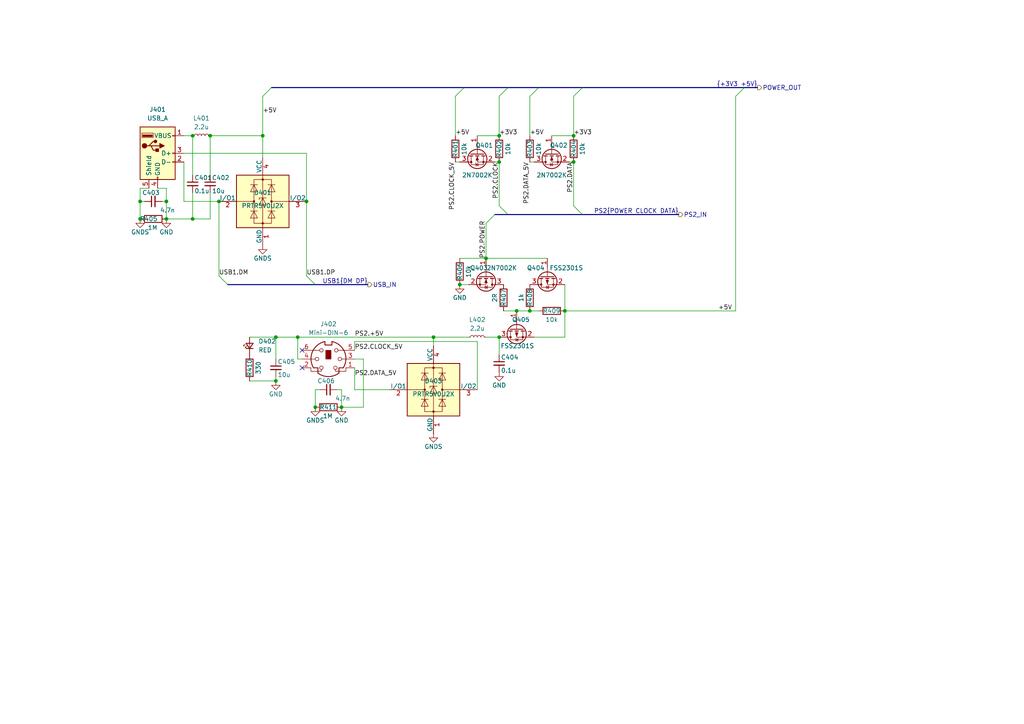
<source format=kicad_sch>
(kicad_sch (version 20231120) (generator "eeschema") (generator_version "8.0")
  (paper "A4")
  (lib_symbols
    (symbol "Connector:Mini-DIN-6" (pin_names (offset 1.016))
      (property "Reference" "J" (at 0 6.35 0))
      (property "Value" "Mini-DIN-6" (at 0 -6.35 0))
      (symbol "Mini-DIN-6_0_1"
        (circle (center -3.302 0) (radius 0.508))
        (arc (start -3.048 -4.064) (mid 0 -5.08) (end 3.048 -4.064) (stroke (width 0.254)))
        (circle (center -2.032 -2.54) (radius 0.508))
        (circle (center -2.032 2.54) (radius 0.508))
        (arc (start -1.016 5.08) (mid -4.6228 2.1214) (end -4.318 -2.54) (stroke (width 0.254)))
        (rectangle (start -0.762 2.54) (end 0.762 0) (fill (type outline)))
        (polyline (pts (xy -3.81 0) (xy -5.08 0)))
        (polyline (pts (xy -2.54 2.54) (xy -5.08 2.54)))
        (polyline (pts (xy 2.794 2.54) (xy 5.08 2.54)))
        (polyline (pts (xy 5.08 0) (xy 3.81 0)))
        (polyline (pts (xy -4.318 -2.54) (xy -3.048 -2.54) (xy -3.048 -4.064)) (stroke (width 0.254)))
        (polyline (pts (xy 4.318 -2.54) (xy 3.048 -2.54) (xy 3.048 -4.064)) (stroke (width 0.254)))
        (polyline (pts (xy -2.032 -3.048) (xy -2.032 -3.556) (xy -5.08 -3.556) (xy -5.08 -2.54)))
        (polyline (pts (xy -1.016 5.08) (xy -1.016 4.064) (xy 1.016 4.064) (xy 1.016 5.08)) (stroke (width 0.254)))
        (polyline (pts (xy 2.032 -3.048) (xy 2.032 -3.556) (xy 5.08 -3.556) (xy 5.08 -2.54)))
        (circle (center 2.032 -2.54) (radius 0.508))
        (circle (center 2.286 2.54) (radius 0.508))
        (circle (center 3.302 0) (radius 0.508))
        (arc (start 4.318 -2.54) (mid 4.6661 2.1322) (end 1.016 5.08) (stroke (width 0.254)))
      )
      (symbol "Mini-DIN-6_1_1"
        (pin passive line (at 7.62 -2.54 180) (length 2.54) (name "~") (number "1"))
        (pin passive line (at -7.62 -2.54 0) (length 2.54) (name "~") (number "2"))
        (pin passive line (at 7.62 0 180) (length 2.54) (name "~") (number "3"))
        (pin passive line (at -7.62 0 0) (length 2.54) (name "~") (number "4"))
        (pin passive line (at 7.62 2.54 180) (length 2.54) (name "~") (number "5"))
        (pin passive line (at -7.62 2.54 0) (length 2.54) (name "~") (number "6"))
      )
    )
    (symbol "Connector:USB_A" (pin_names (offset 1.016))
      (property "Reference" "J" (at -5.08 11.43 0))
      (property "Value" "USB_A" (at -5.08 8.89 0))
      (symbol "USB_A_0_1"
        (rectangle (start -5.08 -7.62) (end 5.08 7.62) (stroke (width 0.254)) (fill (type background)))
        (circle (center -3.81 2.159) (radius 0.635) (stroke (width 0.254)) (fill (type outline)))
        (rectangle (start -1.524 4.826) (end -4.318 5.334) (fill (type outline)))
        (rectangle (start -1.27 4.572) (end -4.572 5.842))
        (circle (center -0.635 3.429) (radius 0.381) (stroke (width 0.254)) (fill (type outline)))
        (rectangle (start -0.127 -7.62) (end 0.127 -6.858))
        (polyline (pts (xy -3.175 2.159) (xy -2.54 2.159) (xy -1.27 3.429) (xy -0.635 3.429)) (stroke (width 0.254)))
        (polyline (pts (xy -2.54 2.159) (xy -1.905 2.159) (xy -1.27 0.889) (xy 0 0.889)) (stroke (width 0.254)))
        (polyline (pts (xy 0.635 2.794) (xy 0.635 1.524) (xy 1.905 2.159) (xy 0.635 2.794)) (stroke (width 0.254)) (fill (type outline)))
        (rectangle (start 0.254 1.27) (end -0.508 0.508) (stroke (width 0.254)) (fill (type outline)))
        (rectangle (start 5.08 -2.667) (end 4.318 -2.413))
        (rectangle (start 5.08 -0.127) (end 4.318 0.127))
        (rectangle (start 5.08 4.953) (end 4.318 5.207))
      )
      (symbol "USB_A_1_1"
        (polyline (pts (xy -1.905 2.159) (xy 0.635 2.159)) (stroke (width 0.254)))
        (pin power_in line (at 7.62 5.08 180) (length 2.54) (name "VBUS") (number "1"))
        (pin bidirectional line (at 7.62 -2.54 180) (length 2.54) (name "D-") (number "2"))
        (pin bidirectional line (at 7.62 0 180) (length 2.54) (name "D+") (number "3"))
        (pin power_in line (at 0 -10.16 90) (length 2.54) (name "GND") (number "4"))
        (pin passive line (at -2.54 -10.16 90) (length 2.54) (name "Shield") (number "5"))
      )
    )
    (symbol "Device:C_Small" (pin_numbers hide) (pin_names (offset 0.254) hide)
      (property "Reference" "C" (at 0.254 1.778 0))
      (property "Value" "C_Small" (at 0.254 -2.032 0))
      (symbol "C_Small_0_1"
        (polyline (pts (xy -1.524 -0.508) (xy 1.524 -0.508)) (stroke (width 0.3302)))
        (polyline (pts (xy -1.524 0.508) (xy 1.524 0.508)) (stroke (width 0.3048)))
      )
      (symbol "C_Small_1_1"
        (pin passive line (at 0 2.54 270) (length 2.032) (name "~") (number "1"))
        (pin passive line (at 0 -2.54 90) (length 2.032) (name "~") (number "2"))
      )
    )
    (symbol "Device:LED_Small" (pin_numbers hide) (pin_names (offset 0.254) hide)
      (property "Reference" "D" (at -1.27 3.175 0))
      (property "Value" "LED_Small" (at -4.445 -2.54 0))
      (symbol "LED_Small_0_1"
        (polyline (pts (xy -0.762 -1.016) (xy -0.762 1.016)) (stroke (width 0.254)))
        (polyline (pts (xy 1.016 0) (xy -0.762 0)))
        (polyline (pts (xy 0.762 -1.016) (xy -0.762 0) (xy 0.762 1.016) (xy 0.762 -1.016)) (stroke (width 0.254)))
        (polyline (pts (xy 0 0.762) (xy -0.508 1.27) (xy -0.254 1.27) (xy -0.508 1.27) (xy -0.508 1.016)))
        (polyline (pts (xy 0.508 1.27) (xy 0 1.778) (xy 0.254 1.778) (xy 0 1.778) (xy 0 1.524)))
      )
      (symbol "LED_Small_1_1"
        (pin passive line (at -2.54 0 0) (length 1.778) (name "K") (number "1"))
        (pin passive line (at 2.54 0 180) (length 1.778) (name "A") (number "2"))
      )
    )
    (symbol "Device:L_Small" (pin_numbers hide) (pin_names (offset 0.254) hide)
      (property "Reference" "L" (at 0.762 1.016 0))
      (property "Value" "L_Small" (at 0.762 -1.016 0))
      (symbol "L_Small_0_1"
        (arc (start 0 -2.032) (mid 0.5058 -1.524) (end 0 -1.016))
        (arc (start 0 -1.016) (mid 0.5058 -0.508) (end 0 0))
        (arc (start 0 0) (mid 0.5058 0.508) (end 0 1.016))
        (arc (start 0 1.016) (mid 0.5058 1.524) (end 0 2.032))
      )
      (symbol "L_Small_1_1"
        (pin passive line (at 0 2.54 270) (length 0.508) (name "~") (number "1"))
        (pin passive line (at 0 -2.54 90) (length 0.508) (name "~") (number "2"))
      )
    )
    (symbol "Device:R" (pin_numbers hide) (pin_names (offset 0))
      (property "Reference" "R" (at 2.032 0 90))
      (property "Value" "R" (at 0 0 90))
      (symbol "R_0_1"
        (rectangle (start -1.016 -2.54) (end 1.016 2.54) (stroke (width 0.254)))
      )
      (symbol "R_1_1"
        (pin passive line (at 0 3.81 270) (length 1.27) (name "~") (number "1"))
        (pin passive line (at 0 -3.81 90) (length 1.27) (name "~") (number "2"))
      )
    )
    (symbol "Power_Protection:PRTR5V0U2X" (pin_names (offset 0))
      (property "Reference" "D" (at 2.794 8.636 0))
      (property "Value" "PRTR5V0U2X" (at 8.128 -9.398 0))
      (symbol "PRTR5V0U2X_0_1"
        (rectangle (start -7.62 -7.62) (end 7.62 7.62) (stroke (width 0.254)) (fill (type background)))
        (circle (center -2.54 0) (radius 0.254) (fill (type outline)))
        (rectangle (start -2.54 6.35) (end 2.54 -6.35))
        (circle (center 0 -6.35) (radius 0.254) (fill (type outline)))
        (polyline (pts (xy -2.54 0) (xy -7.62 0)))
        (polyline (pts (xy -1.524 -2.794) (xy -3.556 -2.794)))
        (polyline (pts (xy -1.524 4.826) (xy -3.556 4.826)))
        (polyline (pts (xy 0 -7.62) (xy 0 7.62)))
        (polyline (pts (xy 1.524 -2.794) (xy 3.556 -2.794)))
        (polyline (pts (xy 1.524 4.826) (xy 3.556 4.826)))
        (polyline (pts (xy 2.54 0) (xy 7.62 0)))
        (polyline (pts (xy 1.016 1.016) (xy -1.016 1.016) (xy -1.016 0.508)))
        (polyline (pts (xy -3.556 -4.826) (xy -1.524 -4.826) (xy -2.54 -2.794) (xy -3.556 -4.826)))
        (polyline (pts (xy -3.556 2.794) (xy -1.524 2.794) (xy -2.54 4.826) (xy -3.556 2.794)))
        (polyline (pts (xy -1.016 -1.016) (xy 1.016 -1.016) (xy 0 1.016) (xy -1.016 -1.016)))
        (polyline (pts (xy 3.556 -4.826) (xy 1.524 -4.826) (xy 2.54 -2.794) (xy 3.556 -4.826)))
        (polyline (pts (xy 3.556 2.794) (xy 1.524 2.794) (xy 2.54 4.826) (xy 3.556 2.794)))
        (circle (center 0 6.35) (radius 0.254) (fill (type outline)))
        (circle (center 2.54 0) (radius 0.254) (fill (type outline)))
      )
      (symbol "PRTR5V0U2X_1_1"
        (pin passive line (at 0 -12.7 90) (length 5.08) (name "GND") (number "1"))
        (pin passive line (at -12.7 0 0) (length 5.08) (name "I/O1") (number "2"))
        (pin passive line (at 12.7 0 180) (length 5.08) (name "I/O2") (number "3"))
        (pin passive line (at 0 12.7 270) (length 5.08) (name "VCC") (number "4"))
      )
    )
    (symbol "Transistor_FET:2N7002K" (pin_names hide)
      (property "Reference" "Q" (at 5.08 1.905 0))
      (property "Value" "2N7002K" (at 5.08 0 0))
      (symbol "2N7002K_0_1"
        (polyline (pts (xy 0.254 0) (xy -2.54 0)))
        (polyline (pts (xy 0.254 1.905) (xy 0.254 -1.905)) (stroke (width 0.254)))
        (polyline (pts (xy 0.762 -1.27) (xy 0.762 -2.286)) (stroke (width 0.254)))
        (polyline (pts (xy 0.762 0.508) (xy 0.762 -0.508)) (stroke (width 0.254)))
        (polyline (pts (xy 0.762 2.286) (xy 0.762 1.27)) (stroke (width 0.254)))
        (polyline (pts (xy 2.54 2.54) (xy 2.54 1.778)))
        (polyline (pts (xy 2.54 -2.54) (xy 2.54 0) (xy 0.762 0)))
        (polyline (pts (xy 0.762 -1.778) (xy 3.302 -1.778) (xy 3.302 1.778) (xy 0.762 1.778)))
        (polyline (pts (xy 1.016 0) (xy 2.032 0.381) (xy 2.032 -0.381) (xy 1.016 0)) (fill (type outline)))
        (polyline (pts (xy 2.794 0.508) (xy 2.921 0.381) (xy 3.683 0.381) (xy 3.81 0.254)))
        (polyline (pts (xy 3.302 0.381) (xy 2.921 -0.254) (xy 3.683 -0.254) (xy 3.302 0.381)))
        (circle (center 1.651 0) (radius 2.794) (stroke (width 0.254)))
        (circle (center 2.54 -1.778) (radius 0.254) (fill (type outline)))
        (circle (center 2.54 1.778) (radius 0.254) (fill (type outline)))
      )
      (symbol "2N7002K_1_1"
        (pin input line (at -5.08 0 0) (length 2.54) (name "G") (number "1"))
        (pin passive line (at 2.54 -5.08 90) (length 2.54) (name "S") (number "2"))
        (pin passive line (at 2.54 5.08 270) (length 2.54) (name "D") (number "3"))
      )
    )
    (symbol "Transistor_FET:TSM2301ACX" (pin_names hide)
      (property "Reference" "Q" (at 5.08 1.905 0))
      (property "Value" "TSM2301ACX" (at 5.08 0 0))
      (symbol "TSM2301ACX_0_1"
        (polyline (pts (xy 0.254 0) (xy -2.54 0)))
        (polyline (pts (xy 0.254 1.905) (xy 0.254 -1.905)) (stroke (width 0.254)))
        (polyline (pts (xy 0.762 -1.27) (xy 0.762 -2.286)) (stroke (width 0.254)))
        (polyline (pts (xy 0.762 0.508) (xy 0.762 -0.508)) (stroke (width 0.254)))
        (polyline (pts (xy 0.762 2.286) (xy 0.762 1.27)) (stroke (width 0.254)))
        (polyline (pts (xy 2.54 2.54) (xy 2.54 1.778)))
        (polyline (pts (xy 2.54 -2.54) (xy 2.54 0) (xy 0.762 0)))
        (polyline (pts (xy 0.762 1.778) (xy 3.302 1.778) (xy 3.302 -1.778) (xy 0.762 -1.778)))
        (polyline (pts (xy 2.286 0) (xy 1.27 0.381) (xy 1.27 -0.381) (xy 2.286 0)) (fill (type outline)))
        (polyline (pts (xy 2.794 -0.508) (xy 2.921 -0.381) (xy 3.683 -0.381) (xy 3.81 -0.254)))
        (polyline (pts (xy 3.302 -0.381) (xy 2.921 0.254) (xy 3.683 0.254) (xy 3.302 -0.381)))
        (circle (center 1.651 0) (radius 2.794) (stroke (width 0.254)))
        (circle (center 2.54 -1.778) (radius 0.254) (fill (type outline)))
        (circle (center 2.54 1.778) (radius 0.254) (fill (type outline)))
      )
      (symbol "TSM2301ACX_1_1"
        (pin input line (at -5.08 0 0) (length 2.54) (name "G") (number "1"))
        (pin passive line (at 2.54 -5.08 90) (length 2.54) (name "S") (number "2"))
        (pin passive line (at 2.54 5.08 270) (length 2.54) (name "D") (number "3"))
      )
    )
    (symbol "power:GND" (power) (pin_numbers hide) (pin_names (offset 0) hide)
      (property "Value" "GND" (at 0 -3.81 0))
      (symbol "GND_0_1"
        (polyline (pts (xy 0 0) (xy 0 -1.27) (xy 1.27 -1.27) (xy 0 -2.54) (xy -1.27 -1.27) (xy 0 -1.27)))
      )
      (symbol "GND_1_1"
        (pin power_in line (at 0 0 270) (length 0) (name "~") (number "1"))
      )
    )
    (symbol "power:GNDS" (power) (pin_numbers hide) (pin_names (offset 0) hide)
      (property "Value" "GNDS" (at 0 -3.81 0))
      (symbol "GNDS_0_1"
        (polyline (pts (xy 0 0) (xy 0 -1.27) (xy 1.27 -1.27) (xy 0 -2.54) (xy -1.27 -1.27) (xy 0 -1.27)))
      )
      (symbol "GNDS_1_1"
        (pin power_in line (at 0 0 270) (length 0) (name "~") (number "1"))
      )
    )
  )
  (junction (at 144.78 97.79))
  (junction (at 91.44 118.11))
  (junction (at 163.83 90.17))
  (junction (at 76.2 39.37))
  (junction (at 40.64 63.5))
  (junction (at 153.67 90.17))
  (junction (at 55.88 63.5))
  (junction (at 60.96 39.37))
  (junction (at 140.97 74.93))
  (junction (at 166.37 39.37))
  (junction (at 40.64 58.42))
  (junction (at 86.36 97.79))
  (junction (at 80.01 97.79))
  (junction (at 48.26 58.42))
  (junction (at 88.9 58.42))
  (junction (at 166.37 46.99))
  (junction (at 144.78 46.99))
  (junction (at 55.88 39.37))
  (junction (at 99.06 118.11))
  (junction (at 48.26 63.5))
  (junction (at 63.5 58.42))
  (junction (at 144.78 39.37))
  (junction (at 133.35 82.55))
  (junction (at 149.86 90.17))
  (junction (at 125.73 97.79))
  (junction (at 80.01 110.49))
  (no_connect (at 87.63 106.68))
  (no_connect (at 87.63 101.6))
  (bus_entry (at 66.04 82.55) (size -2.54 -2.54))
  (bus_entry (at 168.91 25.4) (size -2.54 2.54))
  (bus_entry (at 144.78 59.69) (size 2.54 2.54))
  (bus_entry (at 156.21 25.4) (size -2.54 2.54))
  (bus_entry (at 215.9 25.4) (size -2.54 2.54))
  (bus_entry (at 147.32 25.4) (size -2.54 2.54))
  (bus_entry (at 91.44 82.55) (size -2.54 -2.54))
  (bus_entry (at 143.51 62.23) (size -2.54 2.54))
  (bus_entry (at 166.37 59.69) (size 2.54 2.54))
  (bus_entry (at 78.74 25.4) (size -2.54 2.54))
  (bus_entry (at 134.62 25.4) (size -2.54 2.54))
  (wire (pts (xy 163.83 90.17) (xy 163.83 97.79)))
  (wire (pts (xy 102.87 113.03) (xy 113.03 113.03)))
  (wire (pts (xy 133.35 82.55) (xy 135.89 82.55)))
  (wire (pts (xy 140.97 74.93) (xy 158.75 74.93)))
  (bus (pts (xy 78.74 25.4) (xy 134.62 25.4)))
  (wire (pts (xy 48.26 54.61) (xy 45.72 54.61)))
  (wire (pts (xy 60.96 63.5) (xy 55.88 63.5)))
  (wire (pts (xy 40.64 58.42) (xy 41.91 58.42)))
  (wire (pts (xy 60.96 39.37) (xy 60.96 50.8)))
  (bus (pts (xy 168.91 62.23) (xy 196.85 62.23)))
  (wire (pts (xy 138.43 39.37) (xy 144.78 39.37)))
  (bus (pts (xy 147.32 62.23) (xy 168.91 62.23)))
  (bus (pts (xy 91.44 82.55) (xy 106.68 82.55)))
  (wire (pts (xy 138.43 99.06) (xy 138.43 113.03)))
  (wire (pts (xy 165.1 46.99) (xy 166.37 46.99)))
  (wire (pts (xy 140.97 64.77) (xy 140.97 74.93)))
  (wire (pts (xy 72.39 97.79) (xy 80.01 97.79)))
  (wire (pts (xy 76.2 39.37) (xy 76.2 45.72)))
  (wire (pts (xy 99.06 118.11) (xy 99.06 113.03)))
  (wire (pts (xy 144.78 27.94) (xy 144.78 39.37)))
  (wire (pts (xy 102.87 106.68) (xy 102.87 113.03)))
  (bus (pts (xy 168.91 25.4) (xy 215.9 25.4)))
  (wire (pts (xy 105.41 104.14) (xy 102.87 104.14)))
  (wire (pts (xy 146.05 90.17) (xy 149.86 90.17)))
  (wire (pts (xy 213.36 27.94) (xy 213.36 90.17)))
  (wire (pts (xy 63.5 58.42) (xy 63.5 80.01)))
  (bus (pts (xy 147.32 25.4) (xy 156.21 25.4)))
  (wire (pts (xy 40.64 58.42) (xy 40.64 54.61)))
  (wire (pts (xy 53.34 44.45) (xy 88.9 44.45)))
  (bus (pts (xy 66.04 82.55) (xy 91.44 82.55)))
  (wire (pts (xy 48.26 58.42) (xy 46.99 58.42)))
  (wire (pts (xy 76.2 27.94) (xy 76.2 39.37)))
  (wire (pts (xy 48.26 58.42) (xy 48.26 54.61)))
  (wire (pts (xy 163.83 82.55) (xy 163.83 90.17)))
  (bus (pts (xy 215.9 25.4) (xy 219.71 25.4)))
  (wire (pts (xy 144.78 46.99) (xy 144.78 59.69)))
  (wire (pts (xy 125.73 97.79) (xy 135.89 97.79)))
  (wire (pts (xy 48.26 58.42) (xy 48.26 63.5)))
  (wire (pts (xy 80.01 97.79) (xy 80.01 104.14)))
  (wire (pts (xy 154.94 97.79) (xy 163.83 97.79)))
  (wire (pts (xy 102.87 101.6) (xy 102.87 99.06)))
  (wire (pts (xy 99.06 113.03) (xy 97.79 113.03)))
  (wire (pts (xy 60.96 39.37) (xy 76.2 39.37)))
  (wire (pts (xy 80.01 110.49) (xy 80.01 109.22)))
  (wire (pts (xy 140.97 97.79) (xy 144.78 97.79)))
  (wire (pts (xy 40.64 54.61) (xy 43.18 54.61)))
  (wire (pts (xy 153.67 46.99) (xy 154.94 46.99)))
  (wire (pts (xy 80.01 97.79) (xy 86.36 97.79)))
  (wire (pts (xy 160.02 39.37) (xy 166.37 39.37)))
  (wire (pts (xy 53.34 39.37) (xy 55.88 39.37)))
  (wire (pts (xy 86.36 104.14) (xy 87.63 104.14)))
  (bus (pts (xy 143.51 62.23) (xy 147.32 62.23)))
  (wire (pts (xy 105.41 118.11) (xy 105.41 104.14)))
  (wire (pts (xy 88.9 58.42) (xy 88.9 80.01)))
  (wire (pts (xy 144.78 97.79) (xy 144.78 102.87)))
  (wire (pts (xy 125.73 97.79) (xy 125.73 100.33)))
  (wire (pts (xy 99.06 118.11) (xy 105.41 118.11)))
  (wire (pts (xy 91.44 113.03) (xy 92.71 113.03)))
  (wire (pts (xy 86.36 97.79) (xy 86.36 104.14)))
  (wire (pts (xy 60.96 55.88) (xy 60.96 63.5)))
  (wire (pts (xy 86.36 97.79) (xy 125.73 97.79)))
  (wire (pts (xy 132.08 27.94) (xy 132.08 39.37)))
  (wire (pts (xy 102.87 99.06) (xy 138.43 99.06)))
  (wire (pts (xy 163.83 90.17) (xy 213.36 90.17)))
  (wire (pts (xy 153.67 90.17) (xy 156.21 90.17)))
  (wire (pts (xy 55.88 39.37) (xy 55.88 50.8)))
  (wire (pts (xy 40.64 63.5) (xy 40.64 58.42)))
  (wire (pts (xy 132.08 46.99) (xy 133.35 46.99)))
  (wire (pts (xy 88.9 44.45) (xy 88.9 58.42)))
  (wire (pts (xy 149.86 90.17) (xy 153.67 90.17)))
  (wire (pts (xy 153.67 27.94) (xy 153.67 39.37)))
  (wire (pts (xy 72.39 110.49) (xy 80.01 110.49)))
  (wire (pts (xy 91.44 118.11) (xy 91.44 113.03)))
  (wire (pts (xy 48.26 63.5) (xy 55.88 63.5)))
  (wire (pts (xy 143.51 46.99) (xy 144.78 46.99)))
  (wire (pts (xy 53.34 46.99) (xy 53.34 58.42)))
  (bus (pts (xy 156.21 25.4) (xy 168.91 25.4)))
  (wire (pts (xy 55.88 55.88) (xy 55.88 63.5)))
  (bus (pts (xy 134.62 25.4) (xy 147.32 25.4)))
  (wire (pts (xy 166.37 27.94) (xy 166.37 39.37)))
  (wire (pts (xy 133.35 74.93) (xy 140.97 74.93)))
  (wire (pts (xy 53.34 58.42) (xy 63.5 58.42)))
  (wire (pts (xy 166.37 46.99) (xy 166.37 59.69)))
  (label "PS2{POWER CLOCK DATA}" (at 196.85 62.23 180))
  (label "USB1.DP" (at 88.9 80.01 0))
  (label "USB1.DM" (at 63.5 80.01 0))
  (label "+3V3" (at 166.37 39.37 0))
  (label "+5V" (at 153.67 39.37 0))
  (label "+5V" (at 208.28 90.17 0))
  (label "{+3V3 +5V}" (at 219.71 25.4 180))
  (label "+5V" (at 132.08 39.37 0))
  (label "+3V3" (at 144.78 39.37 0))
  (label "PS2.DATA_5V" (at 153.67 46.99 270))
  (label "PS2.DATA" (at 166.37 46.99 270))
  (label "PS2.POWER" (at 140.97 74.93 90))
  (label "PS2.DATA_5V" (at 102.87 109.22 0))
  (label "PS2.CLOCK" (at 144.78 46.99 270))
  (label "+5V" (at 76.2 33.02 0))
  (label "PS2.CLOCK_5V" (at 102.87 101.6 0))
  (label "PS2.CLOCK_5V" (at 132.08 46.99 270))
  (label "PS2.+5V" (at 102.87 97.79 0))
  (label "USB1{DM DP}" (at 106.68 82.55 180))
  (hierarchical_label "USB_IN" (shape output) (at 106.68 82.55 0))
  (hierarchical_label "PS2_IN" (shape output) (at 196.85 62.23 0))
  (hierarchical_label "POWER_OUT" (shape output) (at 219.71 25.4 0))
  (symbol (lib_id "Power_Protection:PRTR5V0U2X") (at 76.2 58.42 0) (unit 1)
    (property "Reference" "D401" (at 76.2 55.88 0))
    (property "Value" "PRTR5V0U2X" (at 76.2 59.69 0))
    (property "Footprint" "Package_TO_SOT_SMD:SOT-143" (effects (hide yes)))
    (property "Datasheet" "https://assets.nexperia.com/documents/data-sheet/PRTR5V0U2X.pdf" (effects (hide yes)))
  )
  (symbol (lib_id "Device:R") (at 153.67 43.18 180) (unit 1)
    (property "Reference" "R403" (at 153.67 43.18 90))
    (property "Value" "10k" (at 156.21 43.18 90))
    (property "Footprint" "Resistor_SMD:R_0805_2012Metric" (effects (hide yes)))
  )
  (symbol (lib_id "Power_Protection:PRTR5V0U2X") (at 125.73 113.03 0) (unit 1)
    (property "Reference" "D403" (at 125.73 110.49 0))
    (property "Value" "PRTR5V0U2X" (at 125.73 114.3 0))
    (property "Footprint" "Package_TO_SOT_SMD:SOT-143" (effects (hide yes)))
    (property "Datasheet" "https://assets.nexperia.com/documents/data-sheet/PRTR5V0U2X.pdf" (effects (hide yes)))
  )
  (symbol (lib_id "power:GND") (at 133.35 82.55 0) (unit 1)
    (property "Reference" "#PWR0409" (effects (hide yes)))
    (property "Value" "GND" (at 133.35 86.36 0))
    (property "Description" "Power symbol creates a global label with name \"GND\" , ground" (effects (hide yes)))
  )
  (symbol (lib_id "Device:R") (at 160.02 90.17 90) (unit 1)
    (property "Reference" "R409" (at 160.02 90.17 90))
    (property "Value" "10k" (at 160.02 92.71 90))
    (property "Footprint" "Resistor_SMD:R_0805_2012Metric" (effects (hide yes)))
  )
  (symbol (lib_id "power:GNDS") (at 76.2 71.12 0) (unit 1)
    (property "Reference" "#PWR0408" (effects (hide yes)))
    (property "Value" "GNDS" (at 76.2 74.93 0))
    (property "Description" "Power symbol creates a global label with name \"GNDS\" , signal ground" (effects (hide yes)))
  )
  (symbol (lib_id "Device:C_Small") (at 44.45 58.42 90) (unit 1)
    (property "Reference" "C403" (at 46.355 55.88 90) (effects (justify left)))
    (property "Value" "4.7n" (at 50.8 60.96 90) (effects (justify left)))
    (property "Footprint" "Capacitor_SMD:C_1206_3216Metric" (effects (hide yes)))
  )
  (symbol (lib_id "Device:R") (at 133.35 78.74 180) (unit 1)
    (property "Reference" "R406" (at 133.35 78.74 90))
    (property "Value" "10k" (at 135.89 78.74 90))
    (property "Footprint" "Resistor_SMD:R_0805_2012Metric" (effects (hide yes)))
  )
  (symbol (lib_id "power:GND") (at 144.78 107.95 0) (unit 1)
    (property "Reference" "#PWR0411" (effects (hide yes)))
    (property "Value" "GND" (at 144.78 111.76 0))
    (property "Description" "Power symbol creates a global label with name \"GND\" , ground" (effects (hide yes)))
  )
  (symbol (lib_id "power:GNDS") (at 91.44 118.11 0) (unit 1)
    (property "Reference" "#PWR0413" (effects (hide yes)))
    (property "Value" "GNDS" (at 91.44 121.92 0))
    (property "Description" "Power symbol creates a global label with name \"GNDS\" , signal ground" (effects (hide yes)))
  )
  (symbol (lib_id "Device:L_Small") (at 138.43 97.79 90) (unit 1)
    (property "Reference" "L402" (at 138.43 92.71 90))
    (property "Value" "2.2u" (at 138.43 95.25 90))
    (property "Footprint" "Inductor_SMD:L_1008_2520Metric" (effects (hide yes)))
    (property "Datasheet" "https://au.mouser.com/datasheet/2/585/sems_s_a0002828022_1-2288716.pdf" (effects (hide yes)))
    (property "Description" "Inductor, small symbol" (effects (hide yes)))
    (property "Sim.Device" "L" (effects (hide yes)))
    (property "Sim.Pins" "1=+ 2=-" (effects (hide yes)))
  )
  (symbol (lib_id "Device:R") (at 72.39 106.68 180) (unit 1)
    (property "Reference" "R410" (at 72.39 106.68 90))
    (property "Value" "330" (at 74.93 106.68 90))
    (property "Footprint" "Resistor_SMD:R_0805_2012Metric" (effects (hide yes)))
  )
  (symbol (lib_id "Device:C_Small") (at 80.01 106.68 0) (unit 1)
    (property "Reference" "C405" (at 80.518 104.902 0) (effects (justify left)))
    (property "Value" "10u" (at 80.518 108.712 0) (effects (justify left)))
    (property "Footprint" "Capacitor_SMD:C_0805_2012Metric" (effects (hide yes)))
    (property "Description" "Unpolarized capacitor, small symbol" (effects (hide yes)))
  )
  (symbol (lib_id "Transistor_FET:TSM2301ACX") (at 158.75 80.01 90) (mirror x) (unit 1)
    (property "Reference" "Q404" (at 157.988 77.724 90) (effects (justify left)))
    (property "Value" "FSS2301S" (at 169.164 77.724 90) (effects (justify left)))
    (property "Footprint" "Package_TO_SOT_SMD:SOT-23" (effects (hide yes)))
    (property "Datasheet" "https://www.taiwansemi.com/products/datasheet/TSM2301A_C15.pdf" (effects (hide yes)))
    (property "Description" "-2.8A Id, -20V Vds, P-Channel MOSFET, SOT-23" (effects (hide yes)))
  )
  (symbol (lib_id "Device:R") (at 153.67 86.36 0) (unit 1)
    (property "Reference" "R408" (at 153.67 86.36 90))
    (property "Value" "1k" (at 151.13 86.36 90))
    (property "Footprint" "Resistor_SMD:R_0805_2012Metric" (effects (hide yes)))
  )
  (symbol (lib_id "Device:R") (at 166.37 43.18 180) (unit 1)
    (property "Reference" "R404" (at 166.37 43.18 90))
    (property "Value" "10k" (at 168.91 43.18 90))
    (property "Footprint" "Resistor_SMD:R_0805_2012Metric" (effects (hide yes)))
  )
  (symbol (lib_id "Transistor_FET:2N7002K") (at 138.43 44.45 90) (mirror x) (unit 1)
    (property "Reference" "Q401" (at 140.462 42.164 90))
    (property "Value" "2N7002K" (at 138.43 50.8 90))
    (property "Footprint" "Package_TO_SOT_SMD:SOT-23" (effects (hide yes)))
    (property "Datasheet" "https://www.diodes.com/assets/Datasheets/ds30896.pdf" (effects (hide yes)))
    (property "Description" "0.38A Id, 60V Vds, N-Channel MOSFET, SOT-23" (effects (hide yes)))
  )
  (symbol (lib_id "Transistor_FET:TSM2301ACX") (at 149.86 95.25 90) (mirror x) (unit 1)
    (property "Reference" "Q405" (at 153.67 92.71 90) (effects (justify left)))
    (property "Value" "FSS2301S" (at 154.94 100.33 90) (effects (justify left)))
    (property "Footprint" "Package_TO_SOT_SMD:SOT-23" (effects (hide yes)))
    (property "Datasheet" "https://www.taiwansemi.com/products/datasheet/TSM2301A_C15.pdf" (effects (hide yes)))
    (property "Description" "-2.8A Id, -20V Vds, P-Channel MOSFET, SOT-23" (effects (hide yes)))
  )
  (symbol (lib_id "Connector:USB_A") (at 45.72 44.45 0) (unit 1)
    (property "Reference" "J401" (at 45.72 31.75 0))
    (property "Value" "USB_A" (at 45.72 34.29 0))
    (property "Footprint" "Connector_USB:USB_A_Molex_67643_Horizontal" (effects (hide yes)))
    (property "Description" "USB Type A connector" (effects (hide yes)))
  )
  (symbol (lib_id "power:GND") (at 99.06 118.11 0) (unit 1)
    (property "Reference" "#PWR0414" (effects (hide yes)))
    (property "Value" "GND" (at 99.06 121.92 0))
    (property "Description" "Power symbol creates a global label with name \"GND\" , ground" (effects (hide yes)))
  )
  (symbol (lib_id "Connector:Mini-DIN-6") (at 95.25 104.14 0) (unit 1)
    (property "Reference" "J402" (at 95.2677 93.98 0))
    (property "Value" "Mini-DIN-6" (at 95.2677 96.52 0))
    (property "Footprint" "SamacSys Parts:57492661" (effects (hide yes)))
    (property "Datasheet" "http://service.powerdynamics.com/ec/Catalog17/Section%2011.pdf" (effects (hide yes)))
    (property "Description" "6-pin Mini-DIN connector" (effects (hide yes)))
  )
  (symbol (lib_id "Device:R") (at 144.78 43.18 180) (unit 1)
    (property "Reference" "R402" (at 144.78 43.18 90))
    (property "Value" "10k" (at 147.32 43.18 90))
    (property "Footprint" "Resistor_SMD:R_0805_2012Metric" (effects (hide yes)))
  )
  (symbol (lib_id "power:GNDS") (at 40.64 63.5 0) (unit 1)
    (property "Reference" "#PWR0406" (effects (hide yes)))
    (property "Value" "GNDS" (at 40.64 67.31 0))
    (property "Description" "Power symbol creates a global label with name \"GNDS\" , signal ground" (effects (hide yes)))
  )
  (symbol (lib_id "power:GNDS") (at 125.73 125.73 0) (unit 1)
    (property "Reference" "#PWR0415" (effects (hide yes)))
    (property "Value" "GNDS" (at 125.73 129.54 0))
    (property "Description" "Power symbol creates a global label with name \"GNDS\" , signal ground" (effects (hide yes)))
  )
  (symbol (lib_id "Device:L_Small") (at 58.42 39.37 90) (unit 1)
    (property "Reference" "L401" (at 58.42 34.29 90))
    (property "Value" "2.2u" (at 58.42 36.83 90))
    (property "Footprint" "Inductor_SMD:L_1008_2520Metric" (effects (hide yes)))
    (property "Datasheet" "https://au.mouser.com/datasheet/2/585/sems_s_a0002828022_1-2288716.pdf" (effects (hide yes)))
    (property "Description" "Inductor, small symbol" (effects (hide yes)))
    (property "Sim.Device" "L" (effects (hide yes)))
    (property "Sim.Pins" "1=+ 2=-" (effects (hide yes)))
  )
  (symbol (lib_id "Device:C_Small") (at 95.25 113.03 90) (unit 1)
    (property "Reference" "C406" (at 97.155 110.49 90) (effects (justify left)))
    (property "Value" "4.7n" (at 101.6 115.57 90) (effects (justify left)))
    (property "Footprint" "Capacitor_SMD:C_1206_3216Metric" (effects (hide yes)))
  )
  (symbol (lib_id "Device:R") (at 132.08 43.18 180) (unit 1)
    (property "Reference" "R401" (at 132.08 43.18 90))
    (property "Value" "10k" (at 134.62 43.18 90))
    (property "Footprint" "Resistor_SMD:R_0805_2012Metric" (effects (hide yes)))
  )
  (symbol (lib_id "Transistor_FET:2N7002K") (at 160.02 44.45 90) (mirror x) (unit 1)
    (property "Reference" "Q402" (at 162.052 42.164 90))
    (property "Value" "2N7002K" (at 160.02 50.8 90))
    (property "Footprint" "Package_TO_SOT_SMD:SOT-23" (effects (hide yes)))
    (property "Datasheet" "https://www.diodes.com/assets/Datasheets/ds30896.pdf" (effects (hide yes)))
    (property "Description" "0.38A Id, 60V Vds, N-Channel MOSFET, SOT-23" (effects (hide yes)))
  )
  (symbol (lib_id "Device:R") (at 146.05 86.36 0) (unit 1)
    (property "Reference" "R407" (at 146.05 86.36 90))
    (property "Value" "2R" (at 143.51 86.36 90))
    (property "Footprint" "Resistor_SMD:R_0805_2012Metric" (effects (hide yes)))
  )
  (symbol (lib_id "Device:C_Small") (at 144.78 105.41 0) (unit 1)
    (property "Reference" "C404" (at 145.288 103.632 0) (effects (justify left)))
    (property "Value" "0.1u" (at 145.288 107.442 0) (effects (justify left)))
    (property "Footprint" "Capacitor_SMD:C_0805_2012Metric" (effects (hide yes)))
    (property "Description" "Unpolarized capacitor, small symbol" (effects (hide yes)))
  )
  (symbol (lib_id "power:GND") (at 48.26 63.5 0) (unit 1)
    (property "Reference" "#PWR0407" (effects (hide yes)))
    (property "Value" "GND" (at 48.26 67.31 0))
    (property "Description" "Power symbol creates a global label with name \"GND\" , ground" (effects (hide yes)))
  )
  (symbol (lib_id "Device:C_Small") (at 55.88 53.34 0) (unit 1)
    (property "Reference" "C401" (at 56.388 51.562 0) (effects (justify left)))
    (property "Value" "0.1u" (at 56.388 55.372 0) (effects (justify left)))
    (property "Footprint" "Capacitor_SMD:C_0805_2012Metric" (effects (hide yes)))
    (property "Description" "Unpolarized capacitor, small symbol" (effects (hide yes)))
  )
  (symbol (lib_id "Device:R") (at 95.25 118.11 90) (unit 1)
    (property "Reference" "R411" (at 97.79 118.11 90) (effects (justify left)))
    (property "Value" "1M" (at 96.52 120.65 90) (effects (justify left)))
    (property "Footprint" "Resistor_SMD:R_1206_3216Metric" (effects (hide yes)))
  )
  (symbol (lib_id "Device:C_Small") (at 60.96 53.34 0) (unit 1)
    (property "Reference" "C402" (at 61.468 51.562 0) (effects (justify left)))
    (property "Value" "10u" (at 61.468 55.372 0) (effects (justify left)))
    (property "Footprint" "Capacitor_SMD:C_0805_2012Metric" (effects (hide yes)))
    (property "Description" "Unpolarized capacitor, small symbol" (effects (hide yes)))
  )
  (symbol (lib_id "Transistor_FET:2N7002K") (at 140.97 80.01 270) (unit 1)
    (property "Reference" "Q403" (at 138.938 77.724 90))
    (property "Value" "2N7002K" (at 145.542 77.724 90))
    (property "Footprint" "Package_TO_SOT_SMD:SOT-23" (effects (hide yes)))
    (property "Datasheet" "https://www.diodes.com/assets/Datasheets/ds30896.pdf" (effects (hide yes)))
    (property "Description" "0.38A Id, 60V Vds, N-Channel MOSFET, SOT-23" (effects (hide yes)))
  )
  (symbol (lib_id "power:GND") (at 80.01 110.49 0) (unit 1)
    (property "Reference" "#PWR0412" (effects (hide yes)))
    (property "Value" "GND" (at 80.01 114.3 0))
    (property "Description" "Power symbol creates a global label with name \"GND\" , ground" (effects (hide yes)))
  )
  (symbol (lib_id "Device:LED_Small") (at 72.39 100.33 90) (unit 1)
    (property "Reference" "D402" (at 74.93 98.9964 90) (effects (justify right)))
    (property "Value" "RED" (at 74.93 101.5364 90) (effects (justify right)))
    (property "Footprint" "LED_SMD:LED_0805_2012Metric_Pad1.15x1.40mm_HandSolder" (effects (hide yes)))
    (property "Description" "Light emitting diode, small symbol" (effects (hide yes)))
  )
  (symbol (lib_id "Device:R") (at 44.45 63.5 90) (unit 1)
    (property "Reference" "R405" (at 45.72 63.5 90) (effects (justify left)))
    (property "Value" "1M" (at 45.72 66.04 90) (effects (justify left)))
    (property "Footprint" "Resistor_SMD:R_1206_3216Metric" (effects (hide yes)))
  )
)
</source>
